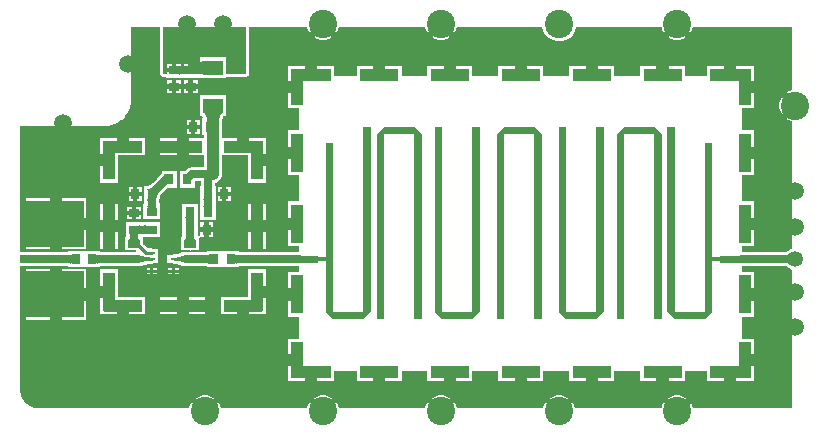
<source format=gtl>
G04*
G04 #@! TF.GenerationSoftware,Altium Limited,Altium Designer,21.7.2 (23)*
G04*
G04 Layer_Physical_Order=1*
G04 Layer_Color=255*
%FSLAX43Y43*%
%MOMM*%
G71*
G04*
G04 #@! TF.SameCoordinates,BA6C0E96-0EA7-48B6-9F13-DCA0F4556CE8*
G04*
G04*
G04 #@! TF.FilePolarity,Positive*
G04*
G01*
G75*
%ADD16R,0.556X0.179*%
%ADD33C,0.600*%
%ADD37C,0.500*%
%ADD38R,0.800X0.900*%
%ADD39R,4.750X4.000*%
%ADD40R,1.020X0.640*%
%ADD41R,0.900X0.800*%
%ADD42R,1.700X1.250*%
%ADD43R,0.610X1.194*%
%ADD44R,1.000X3.050*%
%ADD45R,1.000X3.300*%
%ADD46R,3.300X1.000*%
%ADD47R,3.400X1.000*%
%ADD48R,2.540X0.635*%
%ADD49C,1.000*%
%ADD50C,0.635*%
%ADD51C,0.254*%
%ADD52C,0.512*%
%ADD53C,0.900*%
%ADD54R,5.250X4.000*%
%ADD55C,1.500*%
%ADD56C,2.400*%
%ADD57C,1.000*%
%ADD58C,1.350*%
G36*
X88621Y94141D02*
X88758Y94379D01*
X88828Y94641D01*
X97241D01*
Y89328D01*
X96979Y89258D01*
X96741Y89121D01*
X97681Y88181D01*
X97500Y88000D01*
X97681Y87819D01*
X96741Y86879D01*
X96979Y86742D01*
X97241Y86672D01*
Y75892D01*
X97141Y75866D01*
X96930Y75743D01*
X96860Y75674D01*
X96844Y75664D01*
X96823Y75645D01*
X96809Y75635D01*
X96791Y75625D01*
X96767Y75615D01*
X96738Y75604D01*
X96702Y75595D01*
X96664Y75588D01*
X96607Y75583D01*
X93000D01*
Y76096D01*
X93954D01*
Y77488D01*
X93200D01*
Y78512D01*
X93954D01*
Y79904D01*
X93000D01*
Y82096D01*
X93954D01*
Y83488D01*
X93200D01*
Y84512D01*
X93954D01*
Y85904D01*
X93000D01*
Y87796D01*
X93954D01*
Y89063D01*
X93200D01*
Y90087D01*
X93954D01*
Y91354D01*
X92512D01*
Y90600D01*
X91488D01*
Y91354D01*
X90046D01*
Y90500D01*
X88154D01*
Y91354D01*
X86762D01*
Y90600D01*
X85738D01*
Y91354D01*
X84346D01*
Y90500D01*
X82154D01*
Y91354D01*
X80762D01*
Y90600D01*
X79738D01*
Y91354D01*
X78346D01*
Y90500D01*
X76154D01*
Y91354D01*
X74762D01*
Y90600D01*
X73738D01*
Y91354D01*
X72346D01*
Y90500D01*
X70154D01*
Y91354D01*
X68762D01*
Y90600D01*
X67738D01*
Y91354D01*
X66346D01*
Y90500D01*
X64154D01*
Y91354D01*
X62762D01*
Y90600D01*
X61738D01*
Y91354D01*
X60346D01*
Y90500D01*
X58454D01*
Y91354D01*
X57012D01*
Y90600D01*
X55988D01*
Y91354D01*
X54546D01*
Y90087D01*
X55300D01*
Y89063D01*
X54546D01*
Y87796D01*
X55500D01*
Y85904D01*
X54546D01*
Y84512D01*
X55300D01*
Y83488D01*
X54546D01*
Y82096D01*
X55500D01*
Y79904D01*
X54546D01*
Y78512D01*
X55300D01*
Y77488D01*
X54546D01*
Y76096D01*
X55500D01*
Y75583D01*
X55500Y75583D01*
X50521D01*
X50429Y75587D01*
X50361Y75595D01*
X50354Y75596D01*
Y75704D01*
X50107D01*
X50097Y75706D01*
X50087Y75704D01*
X49081D01*
X49046Y75704D01*
X48954D01*
X48919Y75704D01*
X47913D01*
X47903Y75706D01*
X47893Y75704D01*
X47646D01*
Y75596D01*
X47644Y75596D01*
X47452Y75583D01*
X46250D01*
X46206Y75574D01*
X45486D01*
Y75507D01*
X45352Y75480D01*
X45248Y75411D01*
X45242Y75409D01*
X45228Y75407D01*
X44958Y75388D01*
X44851D01*
X44702Y75359D01*
X44679Y75343D01*
X44319D01*
Y74657D01*
X44679D01*
X44702Y74641D01*
X44851Y74612D01*
X44955D01*
X45078Y74609D01*
X45184Y74600D01*
X45219Y74595D01*
X45242Y74591D01*
X45248Y74589D01*
X45352Y74520D01*
X45486Y74493D01*
Y74426D01*
X46206D01*
X46250Y74417D01*
X47479D01*
X47571Y74413D01*
X47639Y74405D01*
X47646Y74404D01*
Y74296D01*
X47893D01*
X47903Y74294D01*
X47913Y74296D01*
X48919D01*
X48954Y74296D01*
X49046D01*
X49081Y74296D01*
X50087D01*
X50097Y74294D01*
X50107Y74296D01*
X50354D01*
Y74404D01*
X50356Y74404D01*
X50548Y74417D01*
X55500D01*
X55500Y74417D01*
Y73904D01*
X54546D01*
Y72512D01*
X55300D01*
Y71488D01*
X54546D01*
Y70096D01*
X55500D01*
Y68204D01*
X54546D01*
Y66937D01*
X55300D01*
Y65913D01*
X54546D01*
Y64646D01*
X55988D01*
Y65400D01*
X57012D01*
Y64646D01*
X58454D01*
Y65500D01*
X60346D01*
Y64646D01*
X61738D01*
Y65400D01*
X62762D01*
Y64646D01*
X64154D01*
Y65500D01*
X66346D01*
Y64646D01*
X67738D01*
Y65400D01*
X68762D01*
Y64646D01*
X70154D01*
Y65500D01*
X72346D01*
Y64646D01*
X73738D01*
Y65400D01*
X74762D01*
Y64646D01*
X76154D01*
Y65500D01*
X78346D01*
Y64646D01*
X79738D01*
Y65400D01*
X80762D01*
Y64646D01*
X82154D01*
Y65500D01*
X84346D01*
Y64646D01*
X85738D01*
Y65400D01*
X86762D01*
Y64646D01*
X88154D01*
Y65500D01*
X90046D01*
Y64646D01*
X91488D01*
Y65400D01*
X92512D01*
Y64646D01*
X93954D01*
Y65913D01*
X93200D01*
Y66937D01*
X93954D01*
Y68204D01*
X93000D01*
Y70096D01*
X93954D01*
Y71488D01*
X93200D01*
Y72512D01*
X93954D01*
Y73904D01*
X93000D01*
Y74417D01*
X96622D01*
X96660Y74412D01*
X96702Y74405D01*
X96738Y74396D01*
X96767Y74385D01*
X96791Y74375D01*
X96809Y74365D01*
X96823Y74355D01*
X96844Y74336D01*
X96860Y74326D01*
X96930Y74257D01*
X97141Y74134D01*
X97241Y74108D01*
X97241Y62359D01*
X88828D01*
X88758Y62621D01*
X88621Y62859D01*
X87681Y61919D01*
X87500Y62100D01*
X87319Y61919D01*
X86379Y62859D01*
X86242Y62621D01*
X86172Y62359D01*
X78828D01*
X78758Y62621D01*
X78621Y62859D01*
X77681Y61919D01*
X77500Y62100D01*
X77319Y61919D01*
X76379Y62859D01*
X76242Y62621D01*
X76172Y62359D01*
X68828D01*
X68758Y62621D01*
X68621Y62859D01*
X67681Y61919D01*
X67500Y62100D01*
X67319Y61919D01*
X66379Y62859D01*
X66242Y62621D01*
X66172Y62359D01*
X58828Y62359D01*
X58758Y62621D01*
X58621Y62859D01*
X57681Y61919D01*
X57500Y62100D01*
X57319Y61919D01*
X56379Y62859D01*
X56242Y62621D01*
X56172Y62359D01*
X48828D01*
X48758Y62621D01*
X48621Y62859D01*
X47681Y61919D01*
X47500Y62100D01*
X47319Y61919D01*
X46379Y62859D01*
X46242Y62621D01*
X46172Y62359D01*
X33500D01*
X33338D01*
X33021Y62422D01*
X32723Y62546D01*
X32454Y62725D01*
X32225Y62954D01*
X32046Y63223D01*
X31922Y63521D01*
X31859Y63838D01*
X31859Y64000D01*
Y74428D01*
X33044D01*
X33100Y74417D01*
X35729D01*
X35821Y74413D01*
X35889Y74405D01*
X35896Y74404D01*
Y74296D01*
X36143D01*
X36153Y74294D01*
X36163Y74296D01*
X37169D01*
X37204Y74296D01*
X37296D01*
X37331Y74296D01*
X38337D01*
X38347Y74294D01*
X38357Y74296D01*
X38604D01*
Y74404D01*
X38606Y74404D01*
X38798Y74417D01*
X41500D01*
X41544Y74426D01*
X42264D01*
Y74480D01*
X42300D01*
X42499Y74520D01*
X42603Y74589D01*
X42609Y74591D01*
X42623Y74593D01*
X42893Y74612D01*
X43000D01*
X43149Y74641D01*
X43172Y74657D01*
X43532D01*
Y75851D01*
X43172D01*
X43149Y75867D01*
X43000Y75896D01*
X42703D01*
X42387Y76212D01*
X42307Y76303D01*
X42278Y76341D01*
X42264Y76362D01*
Y76607D01*
X42266Y76617D01*
X42264Y76627D01*
Y76732D01*
X42296Y76846D01*
X42379Y76846D01*
X42543D01*
X42553Y76844D01*
X42554Y76844D01*
X42554Y76844D01*
X42564Y76846D01*
X43704D01*
Y78154D01*
X42564D01*
X42554Y78156D01*
X42554Y78156D01*
X42553Y78156D01*
X42543Y78154D01*
X42331D01*
X42296Y78154D01*
Y78154D01*
X42204D01*
Y78154D01*
X41957D01*
X41947Y78156D01*
X41946Y78156D01*
X41946Y78156D01*
X41936Y78154D01*
X40796D01*
Y76874D01*
X40736D01*
Y76627D01*
X40734Y76617D01*
X40736Y76607D01*
Y75726D01*
X41456D01*
X41500Y75717D01*
X41544Y75726D01*
X41655D01*
X41670Y75723D01*
X41696Y75701D01*
X41693Y75665D01*
X41629Y75574D01*
X41544D01*
X41500Y75583D01*
X38771D01*
X38679Y75587D01*
X38611Y75595D01*
X38604Y75596D01*
Y75704D01*
X38357D01*
X38347Y75706D01*
X38337Y75704D01*
X37331D01*
X37296Y75704D01*
X37204D01*
X37169Y75704D01*
X36163D01*
X36153Y75706D01*
X36143Y75704D01*
X35896D01*
Y75596D01*
X35894Y75596D01*
X35702Y75583D01*
X33100D01*
X33044Y75572D01*
X31859D01*
Y86241D01*
X39000D01*
X39006Y86242D01*
X39013Y86241D01*
X39209Y86251D01*
X39227Y86256D01*
X39247D01*
X39631Y86332D01*
X39655Y86342D01*
X39680Y86347D01*
X40042Y86497D01*
X40063Y86511D01*
X40087Y86521D01*
X40413Y86739D01*
X40431Y86757D01*
X40452Y86771D01*
X40729Y87048D01*
X40743Y87069D01*
X40761Y87087D01*
X40979Y87413D01*
X40989Y87437D01*
X41003Y87458D01*
X41153Y87820D01*
X41158Y87845D01*
X41168Y87869D01*
X41244Y88253D01*
Y88273D01*
X41249Y88291D01*
X41259Y88487D01*
X41258Y88494D01*
X41259Y88500D01*
Y94641D01*
X43614D01*
X43741Y94641D01*
Y90700D01*
X43761Y90601D01*
X43817Y90517D01*
X43901Y90461D01*
X44000Y90441D01*
X44196D01*
Y90346D01*
X45336D01*
X45346Y90344D01*
X45346Y90344D01*
X45347Y90344D01*
X45357Y90346D01*
X45843D01*
X45853Y90344D01*
X45854Y90344D01*
X45854Y90344D01*
X45864Y90346D01*
X47004D01*
X47004Y90346D01*
X47096Y90321D01*
X47096Y90321D01*
X47121Y90321D01*
X47343D01*
X47353Y90319D01*
X47363Y90321D01*
X49304D01*
Y90441D01*
X51000D01*
X51099Y90461D01*
X51183Y90517D01*
X51239Y90601D01*
X51259Y90700D01*
Y94641D01*
X51386Y94641D01*
X56172Y94641D01*
X56242Y94379D01*
X56379Y94141D01*
X57319Y95081D01*
X57500Y94900D01*
X57681Y95081D01*
X58621Y94141D01*
X58758Y94379D01*
X58828Y94641D01*
X66172D01*
X66242Y94379D01*
X66379Y94141D01*
X67319Y95081D01*
X67500Y94900D01*
X67681Y95081D01*
X68621Y94141D01*
X68758Y94379D01*
X68828Y94641D01*
X76064D01*
X76145Y94339D01*
X76337Y94007D01*
X76607Y93737D01*
X76939Y93545D01*
X77309Y93446D01*
X77691D01*
X78061Y93545D01*
X78393Y93737D01*
X78663Y94007D01*
X78855Y94339D01*
X78936Y94641D01*
X86172Y94641D01*
X86242Y94379D01*
X86379Y94141D01*
X87319Y95081D01*
X87500Y94900D01*
X87681Y95081D01*
X88621Y94141D01*
D02*
G37*
G36*
X51000Y90700D02*
X49304D01*
Y92079D01*
X47096D01*
Y91686D01*
X47140Y91693D01*
X47217Y91712D01*
X47276Y91734D01*
X47319Y91760D01*
X47345Y91789D01*
X47353Y91822D01*
Y90578D01*
X47345Y90611D01*
X47319Y90640D01*
X47276Y90666D01*
X47217Y90688D01*
X47140Y90707D01*
X47096Y90714D01*
Y90700D01*
X46900D01*
Y90736D01*
X46662Y90748D01*
X46500Y90750D01*
Y90817D01*
X46300D01*
X45982D01*
Y90683D01*
X45861Y90682D01*
X45853Y90681D01*
Y90603D01*
X45847Y90618D01*
X45828Y90632D01*
X45796Y90644D01*
X45751Y90654D01*
X45694Y90663D01*
X45642Y90667D01*
X45449Y90654D01*
X45404Y90644D01*
X45372Y90632D01*
X45353Y90618D01*
X45347Y90603D01*
Y90680D01*
X45218Y90683D01*
Y90817D01*
X44900D01*
X44300D01*
Y90700D01*
X44000D01*
Y94641D01*
X51000D01*
Y90700D01*
D02*
G37*
G36*
X42553Y77818D02*
X42582Y77817D01*
Y77183D01*
X42553Y77182D01*
Y77103D01*
X42547Y77118D01*
X42528Y77132D01*
X42496Y77144D01*
X42451Y77154D01*
X42394Y77163D01*
X42298Y77171D01*
X42049Y77154D01*
X42004Y77144D01*
X41972Y77132D01*
X41953Y77118D01*
X41947Y77103D01*
Y77182D01*
X41918Y77183D01*
Y77817D01*
X41947Y77818D01*
Y77897D01*
X41953Y77882D01*
X41972Y77868D01*
X42004Y77856D01*
X42049Y77846D01*
X42106Y77837D01*
X42202Y77829D01*
X42451Y77846D01*
X42496Y77856D01*
X42528Y77868D01*
X42547Y77882D01*
X42553Y77897D01*
Y77818D01*
D02*
G37*
G36*
X41819Y77131D02*
X41835Y76928D01*
X41848Y76846D01*
X41865Y76776D01*
X41886Y76719D01*
X41910Y76674D01*
X41939Y76642D01*
X41971Y76623D01*
X42007Y76617D01*
X40993D01*
X41029Y76623D01*
X41061Y76642D01*
X41090Y76674D01*
X41114Y76719D01*
X41135Y76776D01*
X41152Y76846D01*
X41165Y76928D01*
X41175Y77023D01*
X41182Y77252D01*
X41818D01*
X41819Y77131D01*
D02*
G37*
G36*
X41993Y76379D02*
X41991Y76351D01*
X41998Y76319D01*
X42012Y76281D01*
X42035Y76238D01*
X42067Y76191D01*
X42107Y76139D01*
X42211Y76020D01*
X42276Y75953D01*
X42067Y75803D01*
X42012Y75857D01*
X41915Y75940D01*
X41872Y75970D01*
X41834Y75992D01*
X41800Y76006D01*
X41771Y76013D01*
X41746Y76012D01*
X41725Y76003D01*
X41708Y75986D01*
X42004Y76402D01*
X41993Y76379D01*
D02*
G37*
G36*
X45378Y74811D02*
X45361Y74823D01*
X45335Y74833D01*
X45302Y74843D01*
X45261Y74851D01*
X45213Y74858D01*
X45091Y74867D01*
X44851Y74873D01*
Y75127D01*
X44939Y75128D01*
X45261Y75149D01*
X45302Y75157D01*
X45335Y75167D01*
X45361Y75177D01*
X45378Y75189D01*
Y74811D01*
D02*
G37*
G36*
X42490Y75177D02*
X42516Y75167D01*
X42549Y75157D01*
X42590Y75149D01*
X42638Y75142D01*
X42760Y75133D01*
X43000Y75127D01*
Y74873D01*
X42912Y74872D01*
X42590Y74851D01*
X42549Y74843D01*
X42516Y74833D01*
X42490Y74823D01*
X42473Y74811D01*
Y75189D01*
X42490Y75177D01*
D02*
G37*
G36*
X42007Y75286D02*
X42016Y75280D01*
X42031Y75274D01*
X42051Y75269D01*
X42078Y75265D01*
X42149Y75259D01*
X42300Y75256D01*
Y74744D01*
X42244Y74744D01*
X42051Y74731D01*
X42031Y74726D01*
X42016Y74720D01*
X42007Y74714D01*
X42004Y74707D01*
Y75293D01*
X42007Y75286D01*
D02*
G37*
G36*
X87307Y70550D02*
X89846D01*
Y84868D01*
Y84868D01*
X89846Y84868D01*
X89846Y84868D01*
X89847Y84868D01*
X90482D01*
X90482Y84868D01*
X90482Y84868D01*
X90482Y84868D01*
Y84868D01*
Y75160D01*
X91122D01*
Y75299D01*
X94297D01*
Y74701D01*
X91122D01*
Y74840D01*
X90482D01*
Y70550D01*
X90482Y70550D01*
X90482Y70550D01*
X90482Y70550D01*
X90482Y70550D01*
X90482Y70550D01*
X90482Y70550D01*
X89847Y69915D01*
X89847Y69915D01*
X89847Y69915D01*
X89847Y69915D01*
X89846Y69915D01*
X89846Y69915D01*
X89846Y69915D01*
X87307D01*
X86672Y70550D01*
Y86185D01*
X87307D01*
Y70550D01*
D02*
G37*
G36*
X38353Y75422D02*
X38372Y75400D01*
X38404Y75381D01*
X38449Y75364D01*
X38506Y75350D01*
X38576Y75338D01*
X38658Y75329D01*
X38861Y75319D01*
X38982Y75317D01*
Y74683D01*
X38861Y74681D01*
X38576Y74662D01*
X38506Y74650D01*
X38449Y74636D01*
X38404Y74619D01*
X38372Y74600D01*
X38353Y74578D01*
X38347Y74553D01*
Y75447D01*
X38353Y75422D01*
D02*
G37*
G36*
X36153Y74553D02*
X36147Y74578D01*
X36128Y74600D01*
X36096Y74619D01*
X36051Y74636D01*
X35994Y74650D01*
X35924Y74662D01*
X35842Y74671D01*
X35639Y74681D01*
X35518Y74683D01*
Y75317D01*
X35639Y75319D01*
X35924Y75338D01*
X35994Y75350D01*
X36051Y75364D01*
X36096Y75381D01*
X36128Y75400D01*
X36147Y75422D01*
X36153Y75447D01*
Y74553D01*
D02*
G37*
G36*
X50103Y75422D02*
X50122Y75400D01*
X50154Y75381D01*
X50199Y75364D01*
X50256Y75350D01*
X50326Y75338D01*
X50408Y75329D01*
X50611Y75319D01*
X50732Y75317D01*
Y74683D01*
X50611Y74681D01*
X50326Y74662D01*
X50256Y74650D01*
X50199Y74636D01*
X50154Y74619D01*
X50122Y74600D01*
X50103Y74578D01*
X50097Y74553D01*
Y75447D01*
X50103Y75422D01*
D02*
G37*
G36*
X47903Y74553D02*
X47897Y74578D01*
X47878Y74600D01*
X47846Y74619D01*
X47801Y74636D01*
X47744Y74650D01*
X47674Y74662D01*
X47592Y74671D01*
X47389Y74681D01*
X47268Y74683D01*
Y75317D01*
X47389Y75319D01*
X47674Y75338D01*
X47744Y75350D01*
X47801Y75364D01*
X47846Y75381D01*
X47878Y75400D01*
X47897Y75422D01*
X47903Y75447D01*
Y74553D01*
D02*
G37*
G36*
X97018Y74527D02*
X96985Y74557D01*
X96949Y74583D01*
X96907Y74607D01*
X96862Y74627D01*
X96812Y74644D01*
X96758Y74658D01*
X96700Y74669D01*
X96637Y74676D01*
X96571Y74681D01*
X96499Y74683D01*
Y75317D01*
X96571Y75319D01*
X96700Y75331D01*
X96758Y75342D01*
X96812Y75356D01*
X96862Y75373D01*
X96907Y75393D01*
X96949Y75417D01*
X96985Y75443D01*
X97018Y75473D01*
Y74527D01*
D02*
G37*
G36*
X60903Y86185D02*
X61537Y86185D01*
Y86185D01*
X61538Y86185D01*
X61538Y86185D01*
X61538Y86185D01*
X61538Y86185D01*
X61538Y86185D01*
X61538Y70550D01*
X61538Y70550D01*
X61538Y70550D01*
X61538Y70550D01*
X61538Y70550D01*
X61538Y70550D01*
X61538Y70550D01*
X60903Y69915D01*
X60903Y69915D01*
X60903Y69915D01*
X60903Y69915D01*
X60903Y69915D01*
X60903Y69915D01*
X60903Y69915D01*
X58362Y69915D01*
X58362Y69915D01*
X58362Y69915D01*
X58362Y69915D01*
X58362Y69915D01*
X58362Y69915D01*
X58362Y69915D01*
X57727Y70550D01*
X57727Y70550D01*
X57727Y70550D01*
X57727Y70550D01*
X57727Y70550D01*
X57727Y70550D01*
X57727Y70550D01*
Y74840D01*
X57088D01*
Y74701D01*
X53912D01*
Y75299D01*
X57088D01*
Y75160D01*
X57727D01*
Y84868D01*
X57727Y84868D01*
X57727Y84868D01*
X57727Y84868D01*
X57727Y84868D01*
X57728Y84868D01*
X58362Y84868D01*
Y84868D01*
X58363Y84868D01*
X58363Y84868D01*
X58363Y84868D01*
X58363Y84868D01*
X58363Y84868D01*
X58363Y70550D01*
X60902D01*
Y86185D01*
X60902Y86185D01*
X60902Y86185D01*
X60902Y86185D01*
X60902Y86185D01*
X60903Y86185D01*
D02*
G37*
G36*
X81260Y70550D02*
X80625Y69915D01*
X78085D01*
X77450Y70550D01*
Y86185D01*
X78085D01*
Y70550D01*
X80625D01*
Y86185D01*
X81260D01*
Y70550D01*
D02*
G37*
G36*
X70760D02*
X70125Y69915D01*
X67585D01*
X66950Y70550D01*
Y86185D01*
X67585D01*
Y70550D01*
X70125D01*
Y86185D01*
X70760D01*
Y70550D01*
D02*
G37*
G36*
X85534Y86185D02*
X85534Y86185D01*
X85534Y86185D01*
X85534Y86185D01*
X86169Y85550D01*
X86169Y85550D01*
X86169Y85550D01*
X86169Y85550D01*
X86169Y85550D01*
Y85550D01*
Y69915D01*
Y69915D01*
X86169Y69915D01*
X86169Y69915D01*
X86169Y69915D01*
X85534D01*
X85533Y69915D01*
X85533Y69915D01*
X85533Y69915D01*
Y69915D01*
Y85550D01*
X82994D01*
Y69915D01*
Y69915D01*
X82994Y69915D01*
X82994Y69915D01*
X82994Y69915D01*
X82359D01*
X82358Y69915D01*
X82358Y69915D01*
X82358Y69915D01*
Y69915D01*
Y85550D01*
Y85550D01*
X82358Y85550D01*
X82358Y85550D01*
X82358Y85550D01*
X82358Y85550D01*
X82993Y86185D01*
X82993D01*
X82993Y86185D01*
X82993Y86185D01*
X82993Y86185D01*
X82994Y86185D01*
X85534D01*
X85534Y86185D01*
D02*
G37*
G36*
X75375D02*
X75375Y86185D01*
X75375Y86185D01*
X75375Y86185D01*
X76010Y85550D01*
X76010Y85550D01*
X76010Y85550D01*
X76010Y85550D01*
X76010Y85550D01*
Y85550D01*
Y69915D01*
Y69915D01*
X76010Y69915D01*
X76010Y69915D01*
X76010Y69915D01*
X75375D01*
X75374Y69915D01*
X75374Y69915D01*
X75374Y69915D01*
Y69915D01*
Y85550D01*
X72835D01*
Y69915D01*
Y69915D01*
X72835Y69915D01*
X72835Y69915D01*
X72835Y69915D01*
X72200D01*
X72199Y69915D01*
X72199Y69915D01*
X72199Y69915D01*
Y69915D01*
Y85550D01*
Y85550D01*
X72199Y85550D01*
X72199Y85550D01*
X72199Y85550D01*
X72199Y85550D01*
X72834Y86185D01*
X72834D01*
X72834Y86185D01*
X72834Y86185D01*
X72834Y86185D01*
X72835Y86185D01*
X75375D01*
X75375Y86185D01*
D02*
G37*
G36*
X65216D02*
X65216Y86185D01*
X65216Y86185D01*
X65216Y86185D01*
X65851Y85550D01*
X65851Y85550D01*
X65851Y85550D01*
X65851Y85550D01*
X65851Y85550D01*
Y85550D01*
Y69915D01*
Y69915D01*
X65851Y69915D01*
X65851Y69915D01*
X65851Y69915D01*
X65216D01*
X65215Y69915D01*
X65215Y69915D01*
X65215Y69915D01*
Y69915D01*
Y85550D01*
X62676D01*
Y69915D01*
Y69915D01*
X62676Y69915D01*
X62676Y69915D01*
X62676Y69915D01*
X62041D01*
X62040Y69915D01*
X62040Y69915D01*
X62040Y69915D01*
Y69915D01*
Y85550D01*
Y85550D01*
X62040Y85550D01*
X62040Y85550D01*
X62040Y85550D01*
X62040Y85550D01*
X62675Y86185D01*
X62675D01*
X62675Y86185D01*
X62675Y86185D01*
X62675Y86185D01*
X62676Y86185D01*
X65216D01*
X65216Y86185D01*
D02*
G37*
%LPC*%
G36*
X87500Y94538D02*
X86741Y93779D01*
X86979Y93642D01*
X87322Y93550D01*
X87678D01*
X88021Y93642D01*
X88259Y93779D01*
X87500Y94538D01*
D02*
G37*
G36*
X67500D02*
X66741Y93779D01*
X66979Y93642D01*
X67322Y93550D01*
X67678D01*
X68021Y93642D01*
X68259Y93779D01*
X67500Y94538D01*
D02*
G37*
G36*
X57500D02*
X56741Y93779D01*
X56979Y93642D01*
X57322Y93550D01*
X57678D01*
X58021Y93642D01*
X58259Y93779D01*
X57500Y94538D01*
D02*
G37*
G36*
X45500Y90150D02*
X45083D01*
Y89783D01*
X45500D01*
Y90150D01*
D02*
G37*
G36*
X46900D02*
X46482D01*
Y89783D01*
X46900D01*
Y90150D01*
D02*
G37*
G36*
X46117D02*
X45700D01*
Y89783D01*
X46117D01*
Y90150D01*
D02*
G37*
G36*
X44717D02*
X44300D01*
Y89783D01*
X44717D01*
Y90150D01*
D02*
G37*
G36*
X46900Y89418D02*
X46482D01*
Y89050D01*
X46900D01*
Y89418D01*
D02*
G37*
G36*
X46117D02*
X45700D01*
Y89050D01*
X46117D01*
Y89418D01*
D02*
G37*
G36*
X45500D02*
X45083D01*
Y89050D01*
X45500D01*
Y89418D01*
D02*
G37*
G36*
X44717D02*
X44300D01*
Y89050D01*
X44717D01*
Y89418D01*
D02*
G37*
G36*
X96379Y88759D02*
X96242Y88521D01*
X96150Y88178D01*
Y87822D01*
X96242Y87479D01*
X96379Y87241D01*
X97138Y88000D01*
X96379Y88759D01*
D02*
G37*
G36*
X47050Y86800D02*
X46682D01*
Y86382D01*
X47050D01*
Y86800D01*
D02*
G37*
G36*
X46318D02*
X45950D01*
Y86382D01*
X46318D01*
Y86800D01*
D02*
G37*
G36*
X47050Y86018D02*
X46682D01*
Y85600D01*
X47050D01*
Y86018D01*
D02*
G37*
G36*
X46318D02*
X45950D01*
Y85600D01*
X46318D01*
Y86018D01*
D02*
G37*
G36*
X45138Y85278D02*
X43746D01*
Y85036D01*
X45138D01*
Y85278D01*
D02*
G37*
G36*
X42454D02*
X41062D01*
Y84524D01*
X40038D01*
Y85278D01*
X38646D01*
Y83886D01*
X39400D01*
Y82862D01*
X38646D01*
Y81470D01*
X40154D01*
Y83770D01*
X42454D01*
Y85278D01*
D02*
G37*
G36*
X45138Y84012D02*
X43746D01*
Y83770D01*
X45138D01*
Y84012D01*
D02*
G37*
G36*
X49304Y88879D02*
X47096D01*
Y87388D01*
X47094Y87378D01*
X47096Y87368D01*
Y87121D01*
X47295D01*
X47348Y87025D01*
X47354Y87004D01*
X47286Y86904D01*
X47246D01*
Y85496D01*
X47439D01*
Y85278D01*
X46162D01*
Y84524D01*
Y83770D01*
X47439D01*
Y82799D01*
X46986Y82783D01*
X46412D01*
X46189Y82738D01*
X46000Y82612D01*
X45842Y82454D01*
X45358D01*
Y81046D01*
X46666D01*
Y81617D01*
X47167D01*
Y81303D01*
X47167Y81272D01*
X47161Y81204D01*
X47096D01*
Y80957D01*
X47094Y80947D01*
X47094Y80946D01*
X47094Y80946D01*
X47096Y80936D01*
Y80064D01*
X47094Y80054D01*
X47094Y80054D01*
X47094Y80053D01*
X47096Y80043D01*
Y79831D01*
X47096Y79796D01*
X47096D01*
Y79704D01*
X47096D01*
Y79457D01*
X47094Y79447D01*
X47094Y79446D01*
X47094Y79446D01*
X47096Y79436D01*
Y78296D01*
X48404D01*
Y79436D01*
X48406Y79446D01*
X48406Y79446D01*
X48406Y79447D01*
X48404Y79457D01*
Y79669D01*
X48404Y79704D01*
X48404D01*
Y79796D01*
X48404D01*
Y80043D01*
X48406Y80053D01*
X48406Y80054D01*
X48406Y80054D01*
X48404Y80064D01*
Y80936D01*
X48406Y80946D01*
X48406Y80946D01*
X48406Y80947D01*
X48404Y80957D01*
Y81204D01*
X48345D01*
X48333Y81389D01*
Y81457D01*
X48397Y81465D01*
X48580Y81541D01*
X48738Y81662D01*
X48859Y81820D01*
X48935Y82003D01*
X48961Y82200D01*
Y83770D01*
X51146D01*
Y81470D01*
X52654D01*
Y82862D01*
X51900D01*
Y83886D01*
X52654D01*
Y85278D01*
X51262D01*
Y84524D01*
X50238D01*
Y85278D01*
X48961D01*
Y86460D01*
X48962Y86558D01*
X48972Y86715D01*
X48987Y86849D01*
X49008Y86959D01*
X49031Y87042D01*
X49055Y87096D01*
X49069Y87120D01*
X49079Y87121D01*
X49304D01*
Y87368D01*
X49306Y87378D01*
X49304Y87388D01*
Y88879D01*
D02*
G37*
G36*
X45142Y82454D02*
X43834D01*
Y82262D01*
X43416Y81790D01*
X43106Y81480D01*
X43053Y81431D01*
X42981Y81374D01*
X42912Y81325D01*
X42847Y81285D01*
X42787Y81254D01*
X42732Y81232D01*
X42684Y81217D01*
X42641Y81209D01*
X42586Y81205D01*
X42581Y81204D01*
X42346D01*
Y80968D01*
X42345Y80962D01*
X42346Y80952D01*
Y80941D01*
X42345Y80930D01*
X42346Y80925D01*
Y80064D01*
X42344Y80054D01*
X42344Y80054D01*
X42344Y80053D01*
X42346Y80043D01*
Y79796D01*
X42346Y79796D01*
X42330Y79710D01*
X42302Y79678D01*
X42296D01*
Y79431D01*
X42294Y79421D01*
X42296Y79411D01*
Y78370D01*
X43704D01*
Y79411D01*
X43706Y79421D01*
X43704Y79431D01*
Y79678D01*
X43676D01*
X43654Y79796D01*
X43654D01*
Y80032D01*
X43655Y80038D01*
X43655Y80039D01*
X43656Y80040D01*
X43659Y80116D01*
X43669Y80180D01*
X43686Y80246D01*
X43709Y80313D01*
X43741Y80383D01*
X43781Y80455D01*
X43829Y80529D01*
X43887Y80606D01*
X43926Y80652D01*
X44064Y80790D01*
X44191Y80908D01*
X44295Y80992D01*
X44371Y81046D01*
X44630D01*
X44636Y81045D01*
X44646Y81046D01*
X45142D01*
Y82454D01*
D02*
G37*
G36*
X49700Y81100D02*
X49333D01*
Y80683D01*
X49700D01*
Y81100D01*
D02*
G37*
G36*
X42150D02*
X41783D01*
Y80683D01*
X42150D01*
Y81100D01*
D02*
G37*
G36*
X48967D02*
X48600D01*
Y80683D01*
X48967D01*
Y81100D01*
D02*
G37*
G36*
X41417D02*
X41050D01*
Y80683D01*
X41417D01*
Y81100D01*
D02*
G37*
G36*
X49700Y80317D02*
X49333D01*
Y79900D01*
X49700D01*
Y80317D01*
D02*
G37*
G36*
X48967D02*
X48600D01*
Y79900D01*
X48967D01*
Y80317D01*
D02*
G37*
G36*
X42150D02*
X41783D01*
Y79900D01*
X42150D01*
Y80317D01*
D02*
G37*
G36*
X41417D02*
X41050D01*
Y79900D01*
X41417D01*
Y80317D01*
D02*
G37*
G36*
X42100Y79450D02*
X41682D01*
Y79082D01*
X42100D01*
Y79450D01*
D02*
G37*
G36*
X41318D02*
X40900D01*
Y79082D01*
X41318D01*
Y79450D01*
D02*
G37*
G36*
X37425Y80150D02*
X35412D01*
Y78512D01*
X37425D01*
Y80150D01*
D02*
G37*
G36*
X34388D02*
X32375D01*
Y78512D01*
X34388D01*
Y80150D01*
D02*
G37*
G36*
X42100Y78717D02*
X41682D01*
Y78350D01*
X42100D01*
Y78717D01*
D02*
G37*
G36*
X41318D02*
X40900D01*
Y78350D01*
X41318D01*
Y78717D01*
D02*
G37*
G36*
X52654Y79698D02*
X52412D01*
Y78306D01*
X52654D01*
Y79698D01*
D02*
G37*
G36*
X51388D02*
X51146D01*
Y78306D01*
X51388D01*
Y79698D01*
D02*
G37*
G36*
X40154D02*
X39912D01*
Y78306D01*
X40154D01*
Y79698D01*
D02*
G37*
G36*
X38888D02*
X38646D01*
Y78306D01*
X38888D01*
Y79698D01*
D02*
G37*
G36*
X48200Y78100D02*
X47833D01*
Y77683D01*
X48200D01*
Y78100D01*
D02*
G37*
G36*
X47467D02*
X47100D01*
Y77683D01*
X47467D01*
Y78100D01*
D02*
G37*
G36*
X48200Y77317D02*
X47833D01*
Y76900D01*
X48200D01*
Y77317D01*
D02*
G37*
G36*
X46880Y79704D02*
X45572D01*
Y78563D01*
X45570Y78553D01*
X45571Y78548D01*
X45570Y78542D01*
X45572Y78535D01*
Y78296D01*
X45572Y78296D01*
X45596Y78204D01*
X45596Y78204D01*
Y77957D01*
X45594Y77947D01*
X45596Y77938D01*
X45595Y77930D01*
X45596Y77925D01*
Y77064D01*
X45594Y77054D01*
X45594Y77054D01*
X45594Y77053D01*
X45596Y77043D01*
Y76874D01*
X45486D01*
Y76627D01*
X45484Y76617D01*
X45486Y76607D01*
Y75726D01*
X46206D01*
X46250Y75717D01*
X46294Y75726D01*
X47014D01*
Y76607D01*
X47016Y76617D01*
X47014Y76627D01*
Y76760D01*
X47017Y76812D01*
X47017Y76812D01*
X47015Y76773D01*
X47021Y76816D01*
X47092Y76891D01*
X47106Y76894D01*
X47138Y76899D01*
X47152Y76900D01*
X47197Y76900D01*
X47467D01*
Y77317D01*
X47100D01*
Y77022D01*
X47100Y77014D01*
X47098Y76989D01*
X47044Y76934D01*
X47003Y76908D01*
X46977Y76913D01*
X46904Y76961D01*
Y77043D01*
X46906Y77053D01*
X46906Y77054D01*
X46906Y77054D01*
X46904Y77064D01*
Y77937D01*
X46906Y77947D01*
X46905Y77952D01*
X46906Y77958D01*
X46904Y77965D01*
Y78204D01*
X46904Y78204D01*
X46880Y78296D01*
X46880Y78296D01*
Y78543D01*
X46882Y78553D01*
X46880Y78562D01*
X46881Y78570D01*
X46880Y78575D01*
Y79704D01*
D02*
G37*
G36*
X52654Y77282D02*
X52412D01*
Y75890D01*
X52654D01*
Y77282D01*
D02*
G37*
G36*
X51388D02*
X51146D01*
Y75890D01*
X51388D01*
Y77282D01*
D02*
G37*
G36*
X40154D02*
X39912D01*
Y75890D01*
X40154D01*
Y77282D01*
D02*
G37*
G36*
X38888D02*
X38646D01*
Y75890D01*
X38888D01*
Y77282D01*
D02*
G37*
G36*
X37425Y77488D02*
X35412D01*
Y75850D01*
X37425D01*
Y77488D01*
D02*
G37*
G36*
X34388D02*
X32375D01*
Y75850D01*
X34388D01*
Y77488D01*
D02*
G37*
G36*
X45279Y74223D02*
X44978D01*
Y74111D01*
X45279D01*
Y74223D01*
D02*
G37*
G36*
X44724D02*
X44423D01*
Y74111D01*
X44724D01*
Y74223D01*
D02*
G37*
G36*
X43428D02*
X43127D01*
Y74111D01*
X43428D01*
Y74223D01*
D02*
G37*
G36*
X42873D02*
X42572D01*
Y74111D01*
X42873D01*
Y74223D01*
D02*
G37*
G36*
X45279Y73857D02*
X44978D01*
Y73745D01*
X45279D01*
Y73857D01*
D02*
G37*
G36*
X44724D02*
X44423D01*
Y73745D01*
X44724D01*
Y73857D01*
D02*
G37*
G36*
X43428D02*
X43127D01*
Y73745D01*
X43428D01*
Y73857D01*
D02*
G37*
G36*
X42873D02*
X42572D01*
Y73745D01*
X42873D01*
Y73857D01*
D02*
G37*
G36*
X37425Y74150D02*
X35412D01*
Y72512D01*
X37425D01*
Y74150D01*
D02*
G37*
G36*
X34388D02*
X32375D01*
Y72512D01*
X34388D01*
Y74150D01*
D02*
G37*
G36*
X47554Y71818D02*
X46162D01*
Y71576D01*
X47554D01*
Y71818D01*
D02*
G37*
G36*
X45138D02*
X43746D01*
Y71576D01*
X45138D01*
Y71818D01*
D02*
G37*
G36*
X52654Y74118D02*
X51146D01*
Y71818D01*
X48846D01*
Y70310D01*
X50238D01*
Y71064D01*
X51262D01*
Y70310D01*
X52654D01*
Y71702D01*
X51900D01*
Y72726D01*
X52654D01*
Y74118D01*
D02*
G37*
G36*
X47554Y70552D02*
X46162D01*
Y70310D01*
X47554D01*
Y70552D01*
D02*
G37*
G36*
X45138D02*
X43746D01*
Y70310D01*
X45138D01*
Y70552D01*
D02*
G37*
G36*
X40154Y74118D02*
X38646D01*
Y72726D01*
X39400D01*
Y71702D01*
X38646D01*
Y70310D01*
X40038D01*
Y71064D01*
X41062D01*
Y70310D01*
X42454D01*
Y71818D01*
X40154D01*
Y74118D01*
D02*
G37*
G36*
X37425Y71488D02*
X35412D01*
Y69850D01*
X37425D01*
Y71488D01*
D02*
G37*
G36*
X34388D02*
X32375D01*
Y69850D01*
X34388D01*
Y71488D01*
D02*
G37*
G36*
X47678Y63450D02*
X47322D01*
X46979Y63358D01*
X46741Y63221D01*
X47500Y62462D01*
X48259Y63221D01*
X48021Y63358D01*
X47678Y63450D01*
D02*
G37*
G36*
X87678D02*
X87322D01*
X86979Y63358D01*
X86741Y63221D01*
X87500Y62462D01*
X88259Y63221D01*
X88021Y63358D01*
X87678Y63450D01*
D02*
G37*
G36*
X77678D02*
X77322D01*
X76979Y63358D01*
X76741Y63221D01*
X77500Y62462D01*
X78259Y63221D01*
X78021Y63358D01*
X77678Y63450D01*
D02*
G37*
G36*
X67678D02*
X67322D01*
X66979Y63358D01*
X66741Y63221D01*
X67500Y62462D01*
X68259Y63221D01*
X68021Y63358D01*
X67678Y63450D01*
D02*
G37*
G36*
X57678D02*
X57322D01*
X56979Y63358D01*
X56741Y63221D01*
X57500Y62462D01*
X58259Y63221D01*
X58021Y63358D01*
X57678Y63450D01*
D02*
G37*
%LPD*%
G36*
X48981Y87368D02*
X48922Y87338D01*
X48870Y87288D01*
X48825Y87218D01*
X48787Y87128D01*
X48756Y87018D01*
X48731Y86888D01*
X48714Y86738D01*
X48703Y86568D01*
X48700Y86378D01*
X47700D01*
X47697Y86568D01*
X47669Y86888D01*
X47644Y87018D01*
X47613Y87128D01*
X47575Y87218D01*
X47530Y87288D01*
X47478Y87338D01*
X47419Y87368D01*
X47353Y87378D01*
X49047D01*
X48981Y87368D01*
D02*
G37*
G36*
X47847Y82114D02*
X48257Y81703D01*
X48233Y81699D01*
X48208Y81692D01*
X48182Y81682D01*
X48155Y81668D01*
X48127Y81652D01*
X48099Y81633D01*
X48069Y81610D01*
X48036Y81582D01*
X48068D01*
X48068Y81461D01*
X48096Y81049D01*
X48106Y81004D01*
X48118Y80972D01*
X48132Y80953D01*
X48147Y80947D01*
X47353D01*
X47368Y80953D01*
X47382Y80972D01*
X47394Y81004D01*
X47404Y81049D01*
X47413Y81106D01*
X47425Y81258D01*
X47432Y81582D01*
X47918D01*
X47631Y81869D01*
X47457Y81877D01*
X46814Y81882D01*
Y82518D01*
X47847Y82554D01*
Y82114D01*
D02*
G37*
G36*
X48068Y80053D02*
X48147D01*
X48132Y80047D01*
X48118Y80028D01*
X48106Y79996D01*
X48096Y79951D01*
X48087Y79894D01*
X48079Y79798D01*
X48096Y79549D01*
X48106Y79504D01*
X48118Y79472D01*
X48132Y79453D01*
X48147Y79447D01*
X48068D01*
X48068Y79418D01*
X47432D01*
X47432Y79447D01*
X47353D01*
X47368Y79453D01*
X47382Y79472D01*
X47394Y79504D01*
X47404Y79549D01*
X47413Y79606D01*
X47421Y79702D01*
X47404Y79951D01*
X47394Y79996D01*
X47382Y80028D01*
X47368Y80047D01*
X47353Y80053D01*
X47432D01*
X47432Y80082D01*
X48068D01*
X48068Y80053D01*
D02*
G37*
G36*
X44651Y81303D02*
X44611Y81348D01*
X44560Y81373D01*
X44498Y81379D01*
X44424Y81364D01*
X44340Y81329D01*
X44245Y81274D01*
X44138Y81199D01*
X44021Y81104D01*
X43794Y80892D01*
X43761Y80857D01*
X43684Y80768D01*
X43617Y80678D01*
X43559Y80588D01*
X43509Y80499D01*
X43469Y80410D01*
X43437Y80320D01*
X43415Y80231D01*
X43401Y80142D01*
X43397Y80053D01*
X43382Y80047D01*
X43368Y80028D01*
X43356Y79996D01*
X43346Y79951D01*
X43337Y79894D01*
X43329Y79790D01*
X43338Y79650D01*
X43350Y79580D01*
X43364Y79523D01*
X43381Y79478D01*
X43400Y79446D01*
X43422Y79427D01*
X43447Y79421D01*
X43318D01*
X43318Y79418D01*
X42682D01*
X42682Y79421D01*
X42553D01*
X42578Y79427D01*
X42600Y79446D01*
X42619Y79478D01*
X42636Y79523D01*
X42650Y79580D01*
X42662Y79650D01*
X42669Y79720D01*
X42654Y79951D01*
X42644Y79996D01*
X42632Y80028D01*
X42618Y80047D01*
X42603Y80053D01*
X42682D01*
X42682Y80056D01*
X43318D01*
X43318Y80053D01*
X43397D01*
X42603Y80947D01*
X42673Y80951D01*
X42745Y80965D01*
X42819Y80987D01*
X42896Y81019D01*
X42974Y81059D01*
X43054Y81109D01*
X43137Y81167D01*
X43222Y81234D01*
X43397Y81396D01*
X43478Y81315D01*
X43418Y81417D01*
X43546Y81546D01*
X44064Y82132D01*
X44084Y82170D01*
X44091Y82197D01*
X44651Y81303D01*
D02*
G37*
G36*
X46556Y78553D02*
X46623D01*
X46610Y78547D01*
X46599Y78528D01*
X46589Y78496D01*
X46580Y78451D01*
X46572Y78394D01*
X46566Y78305D01*
X46578Y78106D01*
X46588Y78049D01*
X46600Y78004D01*
X46614Y77972D01*
X46630Y77953D01*
X46647Y77947D01*
X46556D01*
X46556Y77918D01*
X45921D01*
X45920Y77947D01*
X45853D01*
X45866Y77953D01*
X45877Y77972D01*
X45887Y78004D01*
X45896Y78049D01*
X45904Y78106D01*
X45910Y78195D01*
X45898Y78394D01*
X45888Y78451D01*
X45876Y78496D01*
X45862Y78528D01*
X45846Y78547D01*
X45829Y78553D01*
X45920D01*
X45921Y78582D01*
X46556D01*
X46556Y78553D01*
D02*
G37*
G36*
X46569Y77131D02*
X46575Y77053D01*
X46647D01*
X46632Y77047D01*
X46618Y77028D01*
X46606Y76996D01*
X46596Y76951D01*
X46589Y76903D01*
X46598Y76846D01*
X46615Y76776D01*
X46636Y76719D01*
X46660Y76674D01*
X46689Y76642D01*
X46721Y76623D01*
X46757Y76617D01*
X46572D01*
X46568Y76418D01*
X45932D01*
X45932Y76539D01*
X45926Y76617D01*
X45743D01*
X45779Y76623D01*
X45811Y76642D01*
X45840Y76674D01*
X45864Y76719D01*
X45885Y76776D01*
X45902Y76846D01*
X45908Y76884D01*
X45904Y76951D01*
X45894Y76996D01*
X45882Y77028D01*
X45868Y77047D01*
X45853Y77053D01*
X45926D01*
X45932Y77252D01*
X46568D01*
X46569Y77131D01*
D02*
G37*
%LPC*%
G36*
X45500Y91550D02*
X45083D01*
Y91183D01*
X45218D01*
Y91317D01*
X45339Y91318D01*
X45347Y91319D01*
Y91397D01*
X45353Y91382D01*
X45372Y91368D01*
X45404Y91356D01*
X45449Y91346D01*
X45500Y91338D01*
Y91550D01*
D02*
G37*
G36*
X46500D02*
X46482D01*
Y91183D01*
X46500D01*
Y91550D01*
D02*
G37*
G36*
X46117D02*
X45700D01*
Y91343D01*
X45751Y91346D01*
X45796Y91356D01*
X45828Y91368D01*
X45847Y91382D01*
X45853Y91397D01*
Y91320D01*
X45982Y91317D01*
Y91183D01*
X46117D01*
Y91550D01*
D02*
G37*
G36*
X44717D02*
X44300D01*
Y91183D01*
X44717D01*
Y91550D01*
D02*
G37*
%LPD*%
D16*
X44851Y75508D02*
D03*
X43000D02*
D03*
Y75000D02*
D03*
Y74492D02*
D03*
Y73984D02*
D03*
X44851D02*
D03*
Y74492D02*
D03*
Y75000D02*
D03*
D33*
X43925Y74746D02*
D03*
X38000Y80750D02*
D03*
Y71000D02*
D03*
X41250Y86000D02*
D03*
X42250Y88000D02*
D03*
X95000Y73750D02*
D03*
X96000Y92000D02*
D03*
Y84000D02*
D03*
Y67750D02*
D03*
X95000Y93750D02*
D03*
X94000Y92000D02*
D03*
X95000Y90000D02*
D03*
Y86000D02*
D03*
Y82250D02*
D03*
Y66000D02*
D03*
X94000Y63750D02*
D03*
X93000Y93750D02*
D03*
X92000Y92000D02*
D03*
Y63750D02*
D03*
X91000Y93750D02*
D03*
X90000Y92000D02*
D03*
Y63750D02*
D03*
X88000Y92000D02*
D03*
X86000D02*
D03*
X85000Y93750D02*
D03*
X84000Y92000D02*
D03*
Y63750D02*
D03*
X83000Y93750D02*
D03*
X82000Y92000D02*
D03*
Y63750D02*
D03*
X81000Y93750D02*
D03*
X80000Y92000D02*
D03*
Y63750D02*
D03*
X78000Y92000D02*
D03*
X76000D02*
D03*
X75000Y93750D02*
D03*
X74000Y92000D02*
D03*
Y63750D02*
D03*
X73000Y93750D02*
D03*
X72000Y92000D02*
D03*
Y63750D02*
D03*
X71000Y93750D02*
D03*
X70000Y92000D02*
D03*
Y63750D02*
D03*
X68000Y92000D02*
D03*
X66000D02*
D03*
X65000Y93750D02*
D03*
X64000Y92000D02*
D03*
Y63750D02*
D03*
X63000Y93750D02*
D03*
X62000Y92000D02*
D03*
Y63750D02*
D03*
X61000Y93750D02*
D03*
X60000Y92000D02*
D03*
Y63750D02*
D03*
X58000Y92000D02*
D03*
X56000D02*
D03*
X55000Y93750D02*
D03*
X54000Y92000D02*
D03*
X53750Y88000D02*
D03*
Y84000D02*
D03*
Y79000D02*
D03*
Y71250D02*
D03*
Y68000D02*
D03*
X54000Y63750D02*
D03*
X53000Y93750D02*
D03*
X52000Y92000D02*
D03*
X53000Y90000D02*
D03*
X52000Y88000D02*
D03*
X53000Y86000D02*
D03*
X52000Y68000D02*
D03*
X53000Y66000D02*
D03*
X52000Y63750D02*
D03*
X51000Y90000D02*
D03*
X50000Y88000D02*
D03*
X51000Y86000D02*
D03*
X50000Y68000D02*
D03*
X51000Y66000D02*
D03*
X50000Y63750D02*
D03*
X49000Y90000D02*
D03*
Y78500D02*
D03*
X48000Y68000D02*
D03*
X49000Y66000D02*
D03*
X46000Y88000D02*
D03*
Y68000D02*
D03*
X47000Y66000D02*
D03*
X44000Y88000D02*
D03*
X45000Y86000D02*
D03*
X44000Y68000D02*
D03*
X45000Y66000D02*
D03*
X44000Y64000D02*
D03*
X43000Y90000D02*
D03*
Y86000D02*
D03*
X42000Y68000D02*
D03*
X43000Y66000D02*
D03*
X42000Y64000D02*
D03*
X41000Y82000D02*
D03*
X40000Y68000D02*
D03*
X41000Y66000D02*
D03*
X40000Y64000D02*
D03*
X37750Y84000D02*
D03*
X38000Y79000D02*
D03*
Y72500D02*
D03*
Y68000D02*
D03*
X39000Y66000D02*
D03*
X38000Y64000D02*
D03*
X36000Y84000D02*
D03*
X37000Y82000D02*
D03*
X36000Y68000D02*
D03*
X37000Y66000D02*
D03*
X36000Y64000D02*
D03*
X35000Y82000D02*
D03*
X34000Y68000D02*
D03*
X35000Y66000D02*
D03*
X38000Y77250D02*
D03*
X53750Y81500D02*
D03*
Y73000D02*
D03*
X95000Y70750D02*
D03*
Y79250D02*
D03*
X43250Y73000D02*
D03*
X44500D02*
D03*
X46500Y83250D02*
D03*
X44500Y83000D02*
D03*
X42500D02*
D03*
X49000Y76500D02*
D03*
X50500D02*
D03*
Y78500D02*
D03*
Y80500D02*
D03*
Y82000D02*
D03*
X49500Y83000D02*
D03*
X46000Y80500D02*
D03*
X44500Y80000D02*
D03*
Y78500D02*
D03*
Y77000D02*
D03*
X41250Y73000D02*
D03*
X46000D02*
D03*
X48000D02*
D03*
X50000D02*
D03*
X53750Y77250D02*
D03*
X53000Y69500D02*
D03*
X51000D02*
D03*
X49000D02*
D03*
X47000D02*
D03*
X45000D02*
D03*
X43000D02*
D03*
X41000D02*
D03*
X39000D02*
D03*
D37*
X55500Y75000D02*
D03*
X93000D02*
D03*
D38*
X44488Y81750D02*
D03*
X46012D02*
D03*
X47900Y86200D02*
D03*
X46500D02*
D03*
X47750Y79000D02*
D03*
X46226D02*
D03*
X49150Y80500D02*
D03*
X47750D02*
D03*
X47650Y77500D02*
D03*
X46250D02*
D03*
X49700Y75000D02*
D03*
X48300D02*
D03*
X43000Y80500D02*
D03*
X41600D02*
D03*
X37950Y75000D02*
D03*
X36550D02*
D03*
D39*
X34900Y72000D02*
D03*
Y78000D02*
D03*
D40*
X41500Y76300D02*
D03*
Y75000D02*
D03*
X46250Y76300D02*
D03*
Y75000D02*
D03*
D41*
X46300Y91000D02*
D03*
Y89600D02*
D03*
X44900Y91000D02*
D03*
Y89600D02*
D03*
X43000Y79024D02*
D03*
Y77500D02*
D03*
X41500D02*
D03*
Y78900D02*
D03*
D42*
X48200Y88000D02*
D03*
Y91200D02*
D03*
D43*
X43925Y74746D02*
D03*
D44*
X55300Y89575D02*
D03*
X93200Y66425D02*
D03*
Y89575D02*
D03*
X55300Y66425D02*
D03*
D45*
X39400Y77794D02*
D03*
Y72214D02*
D03*
X51900D02*
D03*
Y77794D02*
D03*
Y83374D02*
D03*
X39400D02*
D03*
X93200Y78000D02*
D03*
Y72000D02*
D03*
Y84000D02*
D03*
X55300D02*
D03*
Y72000D02*
D03*
Y78000D02*
D03*
D46*
X45650Y71064D02*
D03*
X40550D02*
D03*
X50750D02*
D03*
Y84524D02*
D03*
X45650D02*
D03*
X40550D02*
D03*
X74250Y65400D02*
D03*
X80250D02*
D03*
X68250D02*
D03*
X86250D02*
D03*
X62250D02*
D03*
Y90600D02*
D03*
X86250D02*
D03*
X68250D02*
D03*
X80250D02*
D03*
X74250D02*
D03*
D47*
X92000Y65400D02*
D03*
X56500D02*
D03*
Y90600D02*
D03*
X92000D02*
D03*
D48*
X33100Y75000D02*
D03*
D49*
X48200Y82200D02*
Y88000D01*
D50*
X46412Y82200D02*
X48200D01*
X46012Y81800D02*
X46412Y82200D01*
X47750Y80500D02*
Y81750D01*
Y79000D02*
Y80500D01*
Y81750D02*
X48200Y82200D01*
X46238Y77512D02*
Y78988D01*
X46226Y79000D02*
X46238Y78988D01*
Y77512D02*
X46250Y77500D01*
X43000Y80500D02*
Y80550D01*
X42994Y80506D02*
X43000Y80500D01*
X44488Y81750D02*
X44488Y81750D01*
X43000Y80550D02*
X44200Y81750D01*
X44488D01*
X43000Y79024D02*
Y80500D01*
X46250Y76300D02*
Y77500D01*
X41500Y76300D02*
Y77500D01*
X43000D01*
X44900Y91000D02*
X46300D01*
X93000Y75000D02*
X97500D01*
X49700Y75000D02*
X55500D01*
X55500Y75000D01*
X48300D02*
X48300Y75000D01*
X46250Y75000D02*
X48300D01*
X37950Y75000D02*
X41500D01*
X33100Y75000D02*
X36550D01*
X36550Y75000D01*
D51*
X41693Y76107D02*
X41943D01*
X42542Y75508D02*
X43000D01*
X41943Y76107D02*
X42542Y75508D01*
X42300Y75000D02*
X43000D01*
X41500Y76300D02*
X41693Y76107D01*
X44851Y75000D02*
X45551D01*
D52*
X41500Y75000D02*
X42300D01*
X45551D02*
X46250D01*
D53*
X46500Y91200D02*
X48200D01*
D54*
X34625Y78000D02*
D03*
Y72000D02*
D03*
D55*
X41000Y91500D02*
D03*
X35500Y86500D02*
D03*
X49000Y94900D02*
D03*
X46000D02*
D03*
X97500Y69250D02*
D03*
Y80750D02*
D03*
Y72250D02*
D03*
Y77750D02*
D03*
D56*
X47500Y62100D02*
D03*
X87500Y94900D02*
D03*
X77500D02*
D03*
X67500D02*
D03*
X57500D02*
D03*
X97500Y88000D02*
D03*
X87500Y62100D02*
D03*
X77500D02*
D03*
X67500D02*
D03*
X57500D02*
D03*
D57*
X36400Y71000D02*
D03*
X34500D02*
D03*
X35500Y73000D02*
D03*
X33750D02*
D03*
X36400Y79000D02*
D03*
X34500D02*
D03*
X35500Y77000D02*
D03*
X33750D02*
D03*
D58*
X97500Y75000D02*
D03*
M02*

</source>
